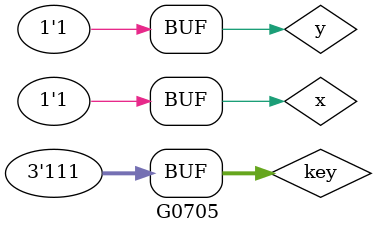
<source format=v>

module f1 (output r, input x,y, input [0:2] key);

		// Operations
		wire not_x;
		wire not_y;
		wire and_o;
		wire nand_o;
		wire or_o;
		wire nor_o;
		wire xor_o;
		wire xnor_o;

		// Key buffers
		wire [0:2] not_key;

		// AND buffers
		wire [0:7] andk1;			// Could be a matrix
		wire [0:7] andk2;			//				 ==
		wire [0:7] andk3;			//         ==

		// Circuit

			// Not key buffer
		not (not_key[0], key[0]);
		not (not_key[1], key[1]);
		not (not_key[2], key[2]);

			// Operations
		not  (not_x,  x);
		not  (not_y,    y);
		and  (and_o,  x,y);
		nand (nand_o, x,y);
		or   (or_o,   x,y);
		nor  (nor_o,  x,y);
		xor  (xor_o,  x,y);
		xnor (xnor_o, x,y);
			
			// Key 1
		and (andk1[0], not_x,  not_key[0]);
		and (andk1[1], not_y,  not_key[0]);
		and (andk1[2], and_o,  not_key[0]);
		and (andk1[3], nand_o, not_key[0]);
		and (andk1[4], or_o,   key[0]);
		and (andk1[5], nor_o,  key[0]);
		and (andk1[6], xor_o,  key[0]);
		and (andk1[7], xnor_o, key[0]);
			
			// Key 2
		and (andk2[0], andk1[0], not_key[1]); // not_x
		and (andk2[1], andk1[1], not_key[1]); // not_y
		and (andk2[2], andk1[2], key[1]);			// and
		and (andk2[3], andk1[3], key[1]);			// nand
		and (andk2[4], andk1[4], not_key[1]); // or
		and (andk2[5], andk1[5], not_key[1]); // nor
		and (andk2[6], andk1[6], key[1]);			// xor
		and (andk2[7], andk1[7], key[1]);			// xnor

			// Key 3
		and (andk3[0], andk2[0], not_key[2]);	// not_x
		and (andk3[1], andk2[1], key[2]);			// not_y
		and (andk3[2], andk2[2], not_key[2]);	// and
		and (andk3[3], andk2[3], key[2]);			// nand
		and (andk3[4], andk2[4], not_key[2]);	// or
		and (andk3[5], andk2[5], key[2]);			// nor
		and (andk3[6], andk2[6], not_key[2]);	// xor
		and (andk3[7], andk2[7], key[2]);			// xnor
			
		// Result
		or (r, andk3[0],andk3[1],andk3[2],andk3[3],andk3[4],andk3[5],andk3[6],andk3[7]);

endmodule // f1

module G0705;

	// Variables
	reg x = 1'b0;
	reg y = 1'b0;
	reg [0:2] key = 3'b000;
	wire r;
	
	// Call module
	f1 F1 (r, x,y, key[0:2]);

	// Actions
	initial
		begin : main

			$display ("\nG0705 -\n");

			$monitor ("%b | %b %b | %b", key, x,y, r);
		
			// Key = 0
			#1 x = 1'b0; y = 1'b1; key = 3'b000;
			#1 x = 1'b1; y = 1'b0; key = 3'b000;
			#1 x = 1'b1; y = 1'b1; key = 3'b000;
	
			// Key = 1
			#1$display ("");	// Padding
			#1 x = 1'b0; y = 1'b0; key = 3'b001;
			#1 x = 1'b0; y = 1'b1; key = 3'b001;
			#1 x = 1'b1; y = 1'b0; key = 3'b001;
			#1 x = 1'b1; y = 1'b1; key = 3'b001;

			// Key = 2
			#1$display ("");
			#1 x = 1'b0; y = 1'b0; key = 3'b010;
			#1 x = 1'b0; y = 1'b1; key = 3'b010;
			#1 x = 1'b1; y = 1'b0; key = 3'b010;
			#1 x = 1'b1; y = 1'b1; key = 3'b010;

			// Key = 3
			#1$display ("");
			#1 x = 1'b0; y = 1'b0; key = 3'b011;
			#1 x = 1'b0; y = 1'b1; key = 3'b011;
			#1 x = 1'b1; y = 1'b0; key = 3'b011;
			#1 x = 1'b1; y = 1'b1; key = 3'b011;

			// Key = 4
			#1$display ("");
			#1 x = 1'b0; y = 1'b0; key = 3'b100;
			#1 x = 1'b0; y = 1'b1; key = 3'b100;
			#1 x = 1'b1; y = 1'b0; key = 3'b100;
			#1 x = 1'b1; y = 1'b1; key = 3'b100;

			// Key = 5
			#1$display ("");
			#1 x = 1'b0; y = 1'b0; key = 3'b101;
			#1 x = 1'b0; y = 1'b1; key = 3'b101;
			#1 x = 1'b1; y = 1'b0; key = 3'b101;
			#1 x = 1'b1; y = 1'b1; key = 3'b101;

			// Key = 6
			#1$display ("");
			#1 x = 1'b0; y = 1'b0; key = 3'b110;
			#1 x = 1'b0; y = 1'b1; key = 3'b110;
			#1 x = 1'b1; y = 1'b0; key = 3'b110;
			#1 x = 1'b1; y = 1'b1; key = 3'b110;

			// Key = 7
			#1$display ("");
			#1 x = 1'b0; y = 1'b0; key = 3'b111;
			#1 x = 1'b0; y = 1'b1; key = 3'b111;
			#1 x = 1'b1; y = 1'b0; key = 3'b111;
			#1 x = 1'b1; y = 1'b1; key = 3'b111;

		end // main

endmodule // G0705

</source>
